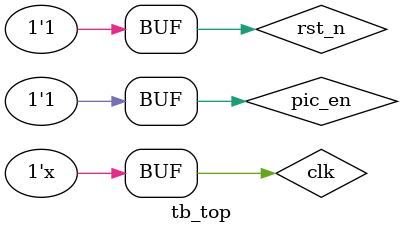
<source format=v>
`timescale 1ns / 1ps


module tb_top;

	// Inputs
	reg clk;
	reg rst_n;
	reg pic_en;

	// Outputs
	wire VGA_HS;
	wire VGA_VS;
	wire [1:0] Red_Green;
	wire [7:0] RGB;

	// Instantiate the Unit Under Test (UUT)
	top uut (
		.clk(clk), 
		.rst_n(rst_n), 
		.pic_en(pic_en), 
		.VGA_HS(VGA_HS), 
		.VGA_VS(VGA_VS), 
		.Red_Green(Red_Green), 
		.RGB(RGB)
	);

	initial begin
		// Initialize Inputs
		clk = 0;
		rst_n = 0;

		// Wait 100 ns for global reset to finish
		#100;
		rst_n = 1'b1;		
        pic_en = 1'b1;
		// Add stimulus here

	end

	always  #10 clk = ~clk;      



	
endmodule


</source>
